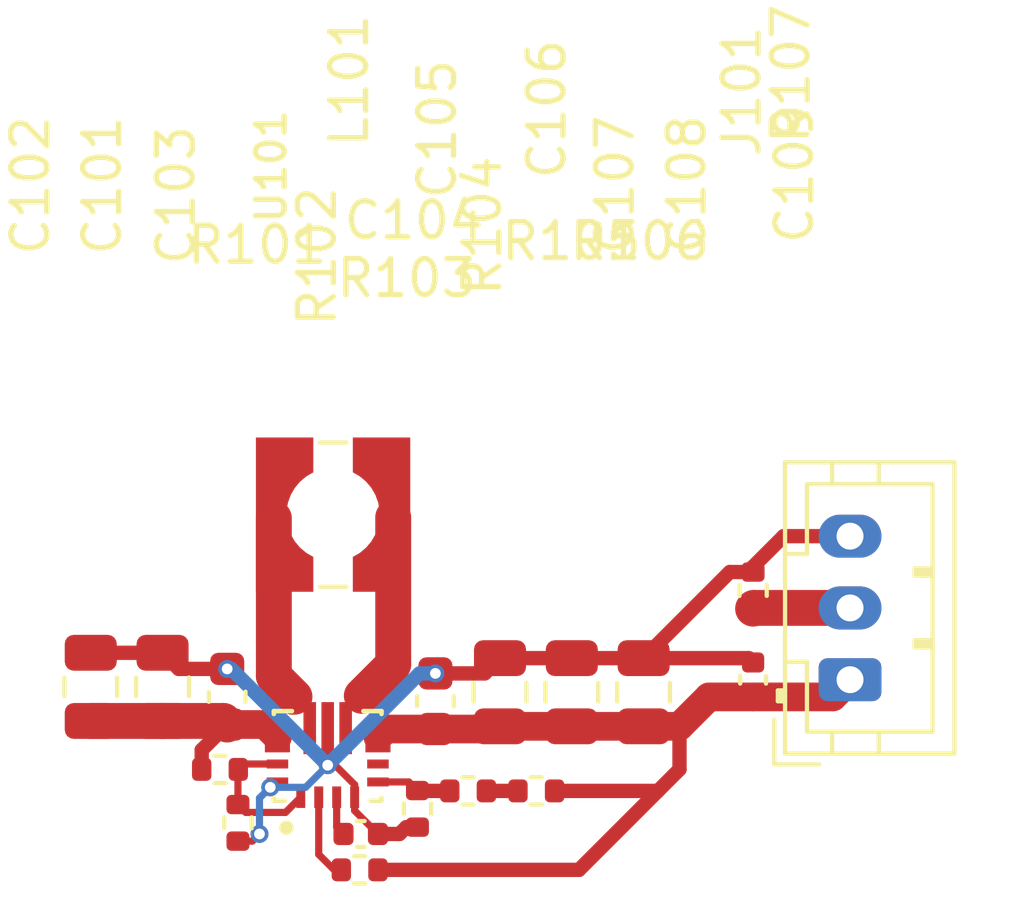
<source format=kicad_pcb>
(kicad_pcb (version 20240108) (generator "pcbnew") (generator_version "8.0")
  (layers (0 "F.Cu" signal) (31 "B.Cu" signal) (34 "B.Paste" user) (35 "F.Paste" user) (36 "B.SilkS" user "B.Silkscreen") (37 "F.SilkS" user "F.Silkscreen") (38 "B.Mask" user) (39 "F.Mask" user) (44 "Edge.Cuts" user))
  (net 0 "")
  (net 1 "VDD")
  (net 2 "GND")
  (net 3 "Net-(U101-VAUX)")
  (net 4 "Net-(J101-Pin_1)")
  (net 5 "/TankPressure")
  (net 6 "Net-(U101-L1)")
  (net 7 "Net-(U101-L2)")
  (net 8 "Net-(U101-EN)")
  (net 9 "Net-(U101-PG)")
  (net 10 "Net-(U101-FB)")
  (net 11 "Net-(R105-Pad2)")
  (footprint "Capacitor_SMD:C_0402_1005Metric" (layer "F.Cu") (at 166.82 116.3)
    (property "Reference" "C104" (at 1.48 -17.1 360) (layer "F.SilkS"))
    (property "Value" "100nF")
    (fp_line (start -0.107836 -0.36) (end 0.107836 -0.36) (stroke (width 0.12)) (layer "F.SilkS"))
    (fp_line (start -0.107836 0.36) (end 0.107836 0.36) (stroke (width 0.12)) (layer "F.SilkS"))
    (pad "1" smd roundrect (at -0.48 0) (size 0.56 0.62) (layers "F.Cu" "F.Paste" "F.Mask") (net 3 "Net-(U101-VAUX)"))
    (pad "2" smd roundrect (at 0.48 0) (size 0.56 0.62) (layers "F.Cu" "F.Paste" "F.Mask") (net 2 "GND"))
  )
  (footprint "Resistor_SMD:R_0402_1005Metric" (layer "F.Cu") (at 163.4 115.99 -90)
    (property "Reference" "R102" (at -15.79 -2.2 90) (layer "F.SilkS"))
    (property "Value" "330k")
    (fp_line (start -0.153641 0.38) (end 0.153641 0.38) (stroke (width 0.12)) (layer "F.SilkS"))
    (fp_line (start -0.153641 -0.38) (end 0.153641 -0.38) (stroke (width 0.12)) (layer "F.SilkS"))
    (pad "1" smd roundrect (at -0.51 0 270) (size 0.54 0.64) (layers "F.Cu" "F.Paste" "F.Mask") (net 8 "Net-(U101-EN)"))
    (pad "2" smd roundrect (at 0.51 0 270) (size 0.54 0.64) (layers "F.Cu" "F.Paste" "F.Mask") (net 2 "GND"))
  )
  (footprint "Capacitor_SMD:C_0603_1608Metric" (layer "F.Cu") (at 168.9 112.6 90)
    (property "Reference" "C105" (at 15.94 0.05 90) (layer "F.SilkS"))
    (property "Value" "10uF")
    (fp_line (start -0.14058 -0.51) (end 0.14058 -0.51) (stroke (width 0.12)) (layer "F.SilkS"))
    (fp_line (start -0.14058 0.51) (end 0.14058 0.51) (stroke (width 0.12)) (layer "F.SilkS"))
    (pad "1" smd roundrect (at -0.775 0 90) (size 0.9 0.95) (layers "F.Cu" "F.Paste" "F.Mask") (net 4 "Net-(J101-Pin_1)"))
    (pad "2" smd roundrect (at 0.775 0 90) (size 0.9 0.95) (layers "F.Cu" "F.Paste" "F.Mask") (net 2 "GND"))
  )
  (footprint "Capacitor_SMD:C_0402_1005Metric" (layer "F.Cu") (at 177.75 112 90)
    (property "Reference" "C109" (at 14.1 1.15 90) (layer "F.SilkS"))
    (property "Value" "100nF")
    (fp_line (start -0.107836 -0.36) (end 0.107836 -0.36) (stroke (width 0.12)) (layer "F.SilkS"))
    (fp_line (start -0.107836 0.36) (end 0.107836 0.36) (stroke (width 0.12)) (layer "F.SilkS"))
    (pad "1" smd roundrect (at -0.48 0 90) (size 0.56 0.62) (layers "F.Cu" "F.Paste" "F.Mask") (net 4 "Net-(J101-Pin_1)"))
    (pad "2" smd roundrect (at 0.48 0 90) (size 0.56 0.62) (layers "F.Cu" "F.Paste" "F.Mask") (net 2 "GND"))
  )
  (footprint "Capacitor_SMD:C_0805_2012Metric" (layer "F.Cu") (at 161.3 112.2 90)
    (property "Reference" "C101" (at 13.975 -1.68 90) (layer "F.SilkS"))
    (property "Value" "22uF")
    (fp_line (start -0.261252 -0.735) (end 0.261252 -0.735) (stroke (width 0.12)) (layer "F.SilkS"))
    (fp_line (start -0.261252 0.735) (end 0.261252 0.735) (stroke (width 0.12)) (layer "F.SilkS"))
    (pad "1" smd roundrect (at -0.95 0 90) (size 1 1.45) (layers "F.Cu" "F.Paste" "F.Mask") (net 1 "VDD"))
    (pad "2" smd roundrect (at 0.95 0 90) (size 1 1.45) (layers "F.Cu" "F.Paste" "F.Mask") (net 2 "GND"))
  )
  (footprint "Resistor_SMD:R_0402_1005Metric" (layer "F.Cu") (at 166.79 117.3 180)
    (property "Reference" "R103" (at -1.31 16.49 360) (layer "F.SilkS"))
    (property "Value" "100k")
    (fp_line (start -0.153641 0.38) (end 0.153641 0.38) (stroke (width 0.12)) (layer "F.SilkS"))
    (fp_line (start -0.153641 -0.38) (end 0.153641 -0.38) (stroke (width 0.12)) (layer "F.SilkS"))
    (pad "1" smd roundrect (at -0.51 0 180) (size 0.54 0.64) (layers "F.Cu" "F.Paste" "F.Mask") (net 4 "Net-(J101-Pin_1)"))
    (pad "2" smd roundrect (at 0.51 0 180) (size 0.54 0.64) (layers "F.Cu" "F.Paste" "F.Mask") (net 9 "Net-(U101-PG)"))
  )
  (footprint "Resistor_SMD:R_0402_1005Metric" (layer "F.Cu") (at 169.81 115.1)
    (property "Reference" "R105" (at 2.88 -15.32 0) (layer "F.SilkS"))
    (property "Value" "1k")
    (fp_line (start -0.153641 -0.38) (end 0.153641 -0.38) (stroke (width 0.12)) (layer "F.SilkS"))
    (fp_line (start -0.153641 0.38) (end 0.153641 0.38) (stroke (width 0.12)) (layer "F.SilkS"))
    (pad "1" smd roundrect (at -0.51 0) (size 0.54 0.64) (layers "F.Cu" "F.Paste" "F.Mask") (net 10 "Net-(U101-FB)"))
    (pad "2" smd roundrect (at 0.51 0) (size 0.54 0.64) (layers "F.Cu" "F.Paste" "F.Mask") (net 11 "Net-(R105-Pad2)"))
  )
  (footprint "Resistor_SMD:R_0402_1005Metric" (layer "F.Cu") (at 177.75 109.51 -90)
    (property "Reference" "R107" (at -14.4 -1.05 90) (layer "F.SilkS"))
    (property "Value" "10k")
    (fp_line (start -0.153641 0.38) (end 0.153641 0.38) (stroke (width 0.12)) (layer "F.SilkS"))
    (fp_line (start -0.153641 -0.38) (end 0.153641 -0.38) (stroke (width 0.12)) (layer "F.SilkS"))
    (pad "1" smd roundrect (at -0.51 0 270) (size 0.54 0.64) (layers "F.Cu" "F.Paste" "F.Mask") (net 2 "GND"))
    (pad "2" smd roundrect (at 0.51 0 270) (size 0.54 0.64) (layers "F.Cu" "F.Paste" "F.Mask") (net 5 "/TankPressure"))
  )
  (footprint "Capacitor_SMD:C_0603_1608Metric" (layer "F.Cu") (at 163.1 112.475 90)
    (property "Reference" "C103" (at 13.975 -1.43 90) (layer "F.SilkS"))
    (property "Value" "10uF")
    (fp_line (start -0.14058 -0.51) (end 0.14058 -0.51) (stroke (width 0.12)) (layer "F.SilkS"))
    (fp_line (start -0.14058 0.51) (end 0.14058 0.51) (stroke (width 0.12)) (layer "F.SilkS"))
    (pad "1" smd roundrect (at -0.775 0 90) (size 0.9 0.95) (layers "F.Cu" "F.Paste" "F.Mask") (net 1 "VDD"))
    (pad "2" smd roundrect (at 0.775 0 90) (size 0.9 0.95) (layers "F.Cu" "F.Paste" "F.Mask") (net 2 "GND"))
  )
  (footprint "Resistor_SMD:R_0402_1005Metric" (layer "F.Cu") (at 162.9 114.5 180)
    (property "Reference" "R101" (at -1.03 14.62 360) (layer "F.SilkS"))
    (property "Value" "10k")
    (fp_line (start -0.153641 0.38) (end 0.153641 0.38) (stroke (width 0.12)) (layer "F.SilkS"))
    (fp_line (start -0.153641 -0.38) (end 0.153641 -0.38) (stroke (width 0.12)) (layer "F.SilkS"))
    (pad "1" smd roundrect (at -0.51 0 180) (size 0.54 0.64) (layers "F.Cu" "F.Paste" "F.Mask") (net 8 "Net-(U101-EN)"))
    (pad "2" smd roundrect (at 0.51 0 180) (size 0.54 0.64) (layers "F.Cu" "F.Paste" "F.Mask") (net 1 "VDD"))
  )
  (footprint "Resistor_SMD:R_0402_1005Metric" (layer "F.Cu") (at 171.71 115.1)
    (property "Reference" "R106" (at 2.88 -15.32 0) (layer "F.SilkS"))
    (property "Value" "51k")
    (fp_line (start -0.153641 -0.38) (end 0.153641 -0.38) (stroke (width 0.12)) (layer "F.SilkS"))
    (fp_line (start -0.153641 0.38) (end 0.153641 0.38) (stroke (width 0.12)) (layer "F.SilkS"))
    (pad "1" smd roundrect (at -0.51 0) (size 0.54 0.64) (layers "F.Cu" "F.Paste" "F.Mask") (net 11 "Net-(R105-Pad2)"))
    (pad "2" smd roundrect (at 0.51 0) (size 0.54 0.64) (layers "F.Cu" "F.Paste" "F.Mask") (net 4 "Net-(J101-Pin_1)"))
  )
  (footprint "Capacitor_SMD:C_0805_2012Metric" (layer "F.Cu") (at 159.3 112.2 90)
    (property "Reference" "C102" (at 13.975 -1.68 90) (layer "F.SilkS"))
    (property "Value" "22uF")
    (fp_line (start -0.261252 -0.735) (end 0.261252 -0.735) (stroke (width 0.12)) (layer "F.SilkS"))
    (fp_line (start -0.261252 0.735) (end 0.261252 0.735) (stroke (width 0.12)) (layer "F.SilkS"))
    (pad "1" smd roundrect (at -0.95 0 90) (size 1 1.45) (layers "F.Cu" "F.Paste" "F.Mask") (net 1 "VDD"))
    (pad "2" smd roundrect (at 0.95 0 90) (size 1 1.45) (layers "F.Cu" "F.Paste" "F.Mask") (net 2 "GND"))
  )
  (footprint "Capacitor_SMD:C_0805_2012Metric" (layer "F.Cu") (at 172.7 112.35 90)
    (property "Reference" "C107" (at 14.15 1.2 90) (layer "F.SilkS"))
    (property "Value" "22uF")
    (fp_line (start -0.261252 -0.735) (end 0.261252 -0.735) (stroke (width 0.12)) (layer "F.SilkS"))
    (fp_line (start -0.261252 0.735) (end 0.261252 0.735) (stroke (width 0.12)) (layer "F.SilkS"))
    (pad "1" smd roundrect (at -0.95 0 90) (size 1 1.45) (layers "F.Cu" "F.Paste" "F.Mask") (net 4 "Net-(J101-Pin_1)"))
    (pad "2" smd roundrect (at 0.95 0 90) (size 1 1.45) (layers "F.Cu" "F.Paste" "F.Mask") (net 2 "GND"))
  )
  (footprint "Capacitor_SMD:C_0805_2012Metric" (layer "F.Cu") (at 174.7 112.35 90)
    (property "Reference" "C108" (at 14.15 1.2 90) (layer "F.SilkS"))
    (property "Value" "22uF")
    (fp_line (start -0.261252 -0.735) (end 0.261252 -0.735) (stroke (width 0.12)) (layer "F.SilkS"))
    (fp_line (start -0.261252 0.735) (end 0.261252 0.735) (stroke (width 0.12)) (layer "F.SilkS"))
    (pad "1" smd roundrect (at -0.95 0 90) (size 1 1.45) (layers "F.Cu" "F.Paste" "F.Mask") (net 4 "Net-(J101-Pin_1)"))
    (pad "2" smd roundrect (at 0.95 0 90) (size 1 1.45) (layers "F.Cu" "F.Paste" "F.Mask") (net 2 "GND"))
  )
  (footprint "Inductor_SMD:L_Wuerth_WE-TPC-3816" (layer "F.Cu") (at 166.05 107.4 90)
    (property "Reference" "L101" (at 12.1 0.45 90) (layer "F.SilkS"))
    (property "Value" "L")
    (fp_line (start 2.01 -0.37) (end 2.01 0.37) (stroke (width 0.12)) (layer "F.SilkS"))
    (fp_line (start -2.01 0.37) (end -2.01 -0.37) (stroke (width 0.12)) (layer "F.SilkS"))
    (pad "1" smd custom (at 0 -1.75 90) (size 0.7 0.7) (layers "F.Cu" "F.Paste" "F.Mask") (net 6 "Net-(U101-L1)") (options (clearance outline) (anchor circle)) (primitives (gr_poly (pts (xy 2.15 1.2) (xy 1.177922 1.2) (xy 1.064578 1.003895) (xy 0.918917 0.830439) (xy 0.745359 0.684899) (xy 0.549174 0.571693) (xy 0.336318 0.494257) (xy 0.113252 0.454942) (xy -0.113252 0.454942) (xy -0.336318 0.494257) (xy -0.549174 0.571693) (xy -0.745359 0.684899) (xy -0.918917 0.830439) (xy -1.064578 1.003895) (xy -1.177922 1.2) (xy -2.15 1.2) (xy -2.15 -0.4) (xy 2.15 -0.4)) (width 0) (fill yes))))
    (pad "2" smd custom (at 0 1.75 90) (size 0.7 0.7) (layers "F.Cu" "F.Paste" "F.Mask") (net 7 "Net-(U101-L2)") (options (clearance outline) (anchor circle)) (primitives (gr_poly (pts (xy -1.064578 -1.003895) (xy -0.918917 -0.830439) (xy -0.745359 -0.684899) (xy -0.549174 -0.571693) (xy -0.336318 -0.494257) (xy -0.113252 -0.454942) (xy 0.113252 -0.454942) (xy 0.336318 -0.494257) (xy 0.549174 -0.571693) (xy 0.745359 -0.684899) (xy 0.918917 -0.830439) (xy 1.064578 -1.003895) (xy 1.177922 -1.2) (xy 2.15 -1.2) (xy 2.15 0.4) (xy -2.15 0.4) (xy -2.15 -1.2) (xy -1.177922 -1.2)) (width 0) (fill yes))))
  )
  (footprint "Connector_JST:JST_PH_B3B-PH-K_1x03_P2.00mm_Vertical" (layer "F.Cu") (at 180.45 112 90)
    (property "Reference" "J101" (at 16.4 -3.02 90) (layer "F.SilkS"))
    (property "Value" "Conn_01x03")
    (fp_line (start -1.11 -2.11) (end -2.36 -2.11) (stroke (width 0.12)) (layer "F.SilkS"))
    (fp_line (start -2.36 -2.11) (end -2.36 -0.86) (stroke (width 0.12)) (layer "F.SilkS"))
    (fp_line (start -0.3 -2.01) (end -0.6 -2.01) (stroke (width 0.12)) (layer "F.SilkS"))
    (fp_line (start -0.6 -2.01) (end -0.6 -1.81) (stroke (width 0.12)) (layer "F.SilkS"))
    (fp_line (start -0.3 -1.91) (end -0.6 -1.91) (stroke (width 0.12)) (layer "F.SilkS"))
    (fp_line (start 6.06 -1.81) (end -2.06 -1.81) (stroke (width 0.12)) (layer "F.SilkS"))
    (fp_line (start 0.5 -1.81) (end 0.5 -1.2) (stroke (width 0.12)) (layer "F.SilkS"))
    (fp_line (start -0.3 -1.81) (end -0.3 -2.01) (stroke (width 0.12)) (layer "F.SilkS"))
    (fp_line (start -2.06 -1.81) (end -2.06 2.91) (stroke (width 0.12)) (layer "F.SilkS"))
    (fp_line (start 5.45 -1.2) (end 3.5 -1.2) (stroke (width 0.12)) (layer "F.SilkS"))
    (fp_line (start 3.5 -1.2) (end 3.5 -1.81) (stroke (width 0.12)) (layer "F.SilkS"))
    (fp_line (start 0.5 -1.2) (end -1.45 -1.2) (stroke (width 0.12)) (layer "F.SilkS"))
    (fp_line (start -1.45 -1.2) (end -1.45 2.3) (stroke (width 0.12)) (layer "F.SilkS"))
    (fp_line (start 6.06 -0.5) (end 5.45 -0.5) (stroke (width 0.12)) (layer "F.SilkS"))
    (fp_line (start -2.06 -0.5) (end -1.45 -0.5) (stroke (width 0.12)) (layer "F.SilkS"))
    (fp_line (start 6.06 0.8) (end 5.45 0.8) (stroke (width 0.12)) (layer "F.SilkS"))
    (fp_line (start -2.06 0.8) (end -1.45 0.8) (stroke (width 0.12)) (layer "F.SilkS"))
    (fp_line (start 3.1 1.8) (end 3.1 2.3) (stroke (width 0.12)) (layer "F.SilkS"))
    (fp_line (start 2.9 1.8) (end 3.1 1.8) (stroke (width 0.12)) (layer "F.SilkS"))
    (fp_line (start 1.1 1.8) (end 1.1 2.3) (stroke (width 0.12)) (layer "F.SilkS"))
    (fp_line (start 0.9 1.8) (end 1.1 1.8) (stroke (width 0.12)) (layer "F.SilkS"))
    (fp_line (start 5.45 2.3) (end 5.45 -1.2) (stroke (width 0.12)) (layer "F.SilkS"))
    (fp_line (start 3 2.3) (end 3 1.8) (stroke (width 0.12)) (layer "F.SilkS"))
    (fp_line (start 2.9 2.3) (end 2.9 1.8) (stroke (width 0.12)) (layer "F.SilkS"))
    (fp_line (start 1 2.3) (end 1 1.8) (stroke (width 0.12)) (layer "F.SilkS"))
    (fp_line (start 0.9 2.3) (end 0.9 1.8) (stroke (width 0.12)) (layer "F.SilkS"))
    (fp_line (start -1.45 2.3) (end 5.45 2.3) (stroke (width 0.12)) (layer "F.SilkS"))
    (fp_line (start 6.06 2.91) (end 6.06 -1.81) (stroke (width 0.12)) (layer "F.SilkS"))
    (fp_line (start -2.06 2.91) (end 6.06 2.91) (stroke (width 0.12)) (layer "F.SilkS"))
    (pad "1" thru_hole roundrect (at 0 0 90) (size 1.2 1.75) (drill 0.75) (layers "*.Cu" "*.Mask") (roundrect_rratio 0.208333) (net 4 "Net-(J101-Pin_1)"))
    (pad "2" thru_hole oval (at 2 0 90) (size 1.2 1.75) (drill 0.75) (layers "*.Cu" "*.Mask") (net 5 "/TankPressure"))
    (pad "3" thru_hole oval (at 4 0 90) (size 1.2 1.75) (drill 0.75) (layers "*.Cu" "*.Mask") (net 2 "GND"))
  )
  (footprint "Capacitor_SMD:C_0805_2012Metric" (layer "F.Cu") (at 170.7 112.35 90)
    (property "Reference" "C106" (at 16.25 1.3 90) (layer "F.SilkS"))
    (property "Value" "22uF")
    (fp_line (start -0.261252 -0.735) (end 0.261252 -0.735) (stroke (width 0.12)) (layer "F.SilkS"))
    (fp_line (start -0.261252 0.735) (end 0.261252 0.735) (stroke (width 0.12)) (layer "F.SilkS"))
    (pad "1" smd roundrect (at -0.95 0 90) (size 1 1.45) (layers "F.Cu" "F.Paste" "F.Mask") (net 4 "Net-(J101-Pin_1)"))
    (pad "2" smd roundrect (at 0.95 0 90) (size 1 1.45) (layers "F.Cu" "F.Paste" "F.Mask") (net 2 "GND"))
  )
  (footprint "Resistor_SMD:R_0402_1005Metric" (layer "F.Cu") (at 168.4 115.6 90)
    (property "Reference" "R104" (at 16.25 1.81 90) (layer "F.SilkS"))
    (property "Value" "10k")
    (fp_line (start -0.153641 -0.38) (end 0.153641 -0.38) (stroke (width 0.12)) (layer "F.SilkS"))
    (fp_line (start -0.153641 0.38) (end 0.153641 0.38) (stroke (width 0.12)) (layer "F.SilkS"))
    (pad "1" smd roundrect (at -0.51 0 90) (size 0.54 0.64) (layers "F.Cu" "F.Paste" "F.Mask") (net 2 "GND"))
    (pad "2" smd roundrect (at 0.51 0 90) (size 0.54 0.64) (layers "F.Cu" "F.Paste" "F.Mask") (net 10 "Net-(U101-FB)"))
  )
  (footprint "WOBCLibrary:VREG_TPS63070RNMR" (layer "F.Cu") (at 165.9 114.125 90)
    (property "Reference" "U101" (at 16.43 -1.578 90) (layer "F.SilkS") (effects (font (size 0.8 0.8))))
    (property "Value" "TPS63070RNMR")
    (fp_line (start 1.25 -1.5) (end 1.25 -0.995) (stroke (width 0.127)) (layer "F.SilkS"))
    (fp_line (start 1.17 -1.5) (end 1.25 -1.5) (stroke (width 0.127)) (layer "F.SilkS"))
    (fp_line (start -1.17 -1.5) (end -1.25 -1.5) (stroke (width 0.127)) (layer "F.SilkS"))
    (fp_line (start -1.25 -1.5) (end -1.25 -1.195) (stroke (width 0.127)) (layer "F.SilkS"))
    (fp_line (start 1.25 0.995) (end 1.25 1.5) (stroke (width 0.127)) (layer "F.SilkS"))
    (fp_line (start 1.25 1.5) (end 1.17 1.5) (stroke (width 0.127)) (layer "F.SilkS"))
    (fp_line (start -1.17 1.5) (end -1.25 1.5) (stroke (width 0.127)) (layer "F.SilkS"))
    (fp_line (start -1.25 1.5) (end -1.25 1.195) (stroke (width 0.127)) (layer "F.SilkS"))
    (fp_circle (center -2 -1.15) (end -1.9 -1.15) (stroke (width 0.2)) (fill none) (layer "F.SilkS"))
    (pad "1" smd roundrect (at -1.15 -0.75 90) (size 0.6 0.25) (layers "F.Cu" "F.Paste") (roundrect_rratio 0.01) (net 8 "Net-(U101-EN)"))
    (pad "2" smd roundrect (at -1.15 -0.25 90) (size 0.6 0.25) (layers "F.Cu" "F.Paste") (roundrect_rratio 0.01) (net 9 "Net-(U101-PG)"))
    (pad "3" smd roundrect (at -1.15 0.25 90) (size 0.6 0.25) (layers "F.Cu" "F.Paste") (roundrect_rratio 0.01) (net 3 "Net-(U101-VAUX)"))
    (pad "4" smd roundrect (at -1.15 0.75 90) (size 0.6 0.25) (layers "F.Cu" "F.Paste") (roundrect_rratio 0.01) (net 2 "GND"))
    (pad "5" smd roundrect (at -0.725 1.4 90) (size 0.25 0.6) (layers "F.Cu" "F.Paste") (roundrect_rratio 0.01) (net 10 "Net-(U101-FB)"))
    (pad "6" smd roundrect (at -0.225 1.4 90) (size 0.25 0.6) (layers "F.Cu" "F.Paste") (roundrect_rratio 0.01))
    (pad "7_8" smd roundrect (at 0.525 1.4 90) (size 0.85 0.7) (layers "F.Cu") (roundrect_rratio 0.02) (net 4 "Net-(J101-Pin_1)"))
    (pad "9" smd roundrect (at 0.775 0.5 90) (size 1.45 0.35) (layers "F.Cu") (roundrect_rratio 0.01) (net 7 "Net-(U101-L2)"))
    (pad "10" smd roundrect (at 0.6 0 90) (size 1.8 0.35) (layers "F.Cu") (roundrect_rratio 0.01) (net 2 "GND"))
    (pad "11" smd roundrect (at 0.775 -0.5 90) (size 1.45 0.35) (layers "F.Cu") (roundrect_rratio 0.01) (net 6 "Net-(U101-L1)"))
    (pad "12_13" smd roundrect (at 0.525 -1.4 90) (size 0.85 0.7) (layers "F.Cu") (roundrect_rratio 0.02) (net 1 "VDD"))
    (pad "14" smd roundrect (at -0.225 -1.4 90) (size 0.25 0.6) (layers "F.Cu" "F.Paste") (roundrect_rratio 0.01) (net 8 "Net-(U101-EN)"))
    (pad "15" smd roundrect (at -0.725 -1.4 90) (size 0.25 0.6) (layers "F.Cu" "F.Paste") (roundrect_rratio 0.01) (net 2 "GND"))
  )
  (segment (start 162.39 114.5) (end 162.39 113.96) (width 0.4) (layer "F.Cu") (net 1))
  (segment (start 164.15 113.25) (end 163.1 113.25) (width 0.8) (layer "F.Cu") (net 1))
  (segment (start 161.3 113.15) (end 163 113.15) (width 1) (layer "F.Cu") (net 1))
  (segment (start 162.39 113.96) (end 163.1 113.25) (width 0.4) (layer "F.Cu") (net 1))
  (segment (start 164.5 113.6) (end 164.15 113.25) (width 0.8) (layer "F.Cu") (net 1))
  (segment (start 163 113.15) (end 163.1 113.25) (width 1) (layer "F.Cu") (net 1))
  (segment (start 159.3 113.15) (end 161.3 113.15) (width 1) (layer "F.Cu") (net 1))
  (segment (start 168.4 116.11) (end 168.09 116.11) (width 0.4) (layer "F.Cu") (net 2))
  (segment (start 170.275 111.825) (end 170.7 111.4) (width 0.4) (layer "F.Cu") (net 2))
  (segment (start 163.4 116.5) (end 163.8 116.5) (width 0.2) (layer "F.Cu") (net 2))
  (segment (start 178.6 108) (end 180.45 108) (width 0.4) (layer "F.Cu") (net 2))
  (segment (start 163.1 111.7) (end 161.75 111.7) (width 0.4) (layer "F.Cu") (net 2))
  (segment (start 177.63 111.4) (end 177.75 111.52) (width 0.4) (layer "F.Cu") (net 2))
  (segment (start 167.9 116.3) (end 167.3 116.3) (width 0.4) (layer "F.Cu") (net 2))
  (segment (start 177.75 109) (end 177.75 108.85) (width 0.4) (layer "F.Cu") (net 2))
  (segment (start 177.75 108.85) (end 178.6 108) (width 0.4) (layer "F.Cu") (net 2))
  (segment (start 168.9 111.825) (end 170.275 111.825) (width 0.4) (layer "F.Cu") (net 2))
  (segment (start 165.9 114.384249) (end 165.899999 114.38425) (width 0.2) (layer "F.Cu") (net 2))
  (segment (start 166.65 115.65) (end 167.3 116.3) (width 0.2) (layer "F.Cu") (net 2))
  (segment (start 163.8 116.5) (end 164 116.3) (width 0.2) (layer "F.Cu") (net 2))
  (segment (start 165.9 113.525) (end 165.9 114.384249) (width 0.2) (layer "F.Cu") (net 2))
  (segment (start 166.107118 114.38425) (end 165.899999 114.38425) (width 0.2) (layer "F.Cu") (net 2))
  (segment (start 174.7 111.4) (end 177.63 111.4) (width 0.4) (layer "F.Cu") (net 2))
  (segment (start 161.75 111.7) (end 161.3 111.25) (width 0.4) (layer "F.Cu") (net 2))
  (segment (start 159.3 111.25) (end 161.3 111.25) (width 0.4) (layer "F.Cu") (net 2))
  (segment (start 166.65 114.927132) (end 166.107118 114.38425) (width 0.2) (layer "F.Cu") (net 2))
  (segment (start 166.65 115.275) (end 166.65 115.65) (width 0.2) (layer "F.Cu") (net 2))
  (segment (start 177.1 109) (end 177.75 109) (width 0.4) (layer "F.Cu") (net 2))
  (segment (start 174.7 111.4) (end 172.7 111.4) (width 0.4) (layer "F.Cu") (net 2))
  (segment (start 170.7 111.4) (end 172.7 111.4) (width 0.4) (layer "F.Cu") (net 2))
  (segment (start 166.65 115.275) (end 166.65 114.927132) (width 0.2) (layer "F.Cu") (net 2))
  (segment (start 164.45 114.85) (end 164.3 115) (width 0.2) (layer "F.Cu") (net 2))
  (segment (start 164.5 114.85) (end 164.45 114.85) (width 0.2) (layer "F.Cu") (net 2))
  (segment (start 174.7 111.4) (end 177.1 109) (width 0.4) (layer "F.Cu") (net 2))
  (segment (start 168.09 116.11) (end 167.9 116.3) (width 0.4) (layer "F.Cu") (net 2))
  (via (at 164.3 115) (size 0.5) (drill 0.3) (layers "F.Cu" "B.Cu") (net 2))
  (via (at 164 116.3) (size 0.5) (drill 0.3) (layers "F.Cu" "B.Cu") (net 2))
  (via (at 165.899999 114.38425) (size 0.5) (drill 0.3) (layers "F.Cu" "B.Cu") (net 2))
  (via (at 168.9 111.825) (size 0.5) (drill 0.3) (layers "F.Cu" "B.Cu") (net 2))
  (via (at 163.1 111.7) (size 0.5) (drill 0.3) (layers "F.Cu" "B.Cu") (net 2))
  (segment (start 165.284249 115) (end 165.899999 114.38425) (width 0.2) (layer "B.Cu") (net 2))
  (segment (start 163.215749 111.7) (end 165.899999 114.38425) (width 0.4) (layer "B.Cu") (net 2))
  (segment (start 164 116.3) (end 164 115.3) (width 0.2) (layer "B.Cu") (net 2))
  (segment (start 168.9 111.825) (end 168.459249 111.825) (width 0.4) (layer "B.Cu") (net 2))
  (segment (start 164.3 115) (end 165.284249 115) (width 0.2) (layer "B.Cu") (net 2))
  (segment (start 164 115.3) (end 164.3 115) (width 0.2) (layer "B.Cu") (net 2))
  (segment (start 163.1 111.7) (end 163.215749 111.7) (width 0.4) (layer "B.Cu") (net 2))
  (segment (start 168.459249 111.825) (end 165.899999 114.38425) (width 0.4) (layer "B.Cu") (net 2))
  (segment (start 166.15 115.275) (end 166.15 116.11) (width 0.2) (layer "F.Cu") (net 3))
  (segment (start 166.15 116.11) (end 166.34 116.3) (width 0.2) (layer "F.Cu") (net 3))
  (segment (start 175.7 114.5) (end 175.7 113.3) (width 0.4) (layer "F.Cu") (net 4))
  (segment (start 170.6 113.3) (end 175.7 113.3) (width 0.8) (layer "F.Cu") (net 4))
  (segment (start 177.75 112.48) (end 179.97 112.48) (width 0.8) (layer "F.Cu") (net 4))
  (segment (start 179.97 112.48) (end 180.45 112) (width 0.8) (layer "F.Cu") (net 4))
  (segment (start 172.9 117.3) (end 167.3 117.3) (width 0.4) (layer "F.Cu") (net 4))
  (segment (start 167.525 113.375) (end 170.525 113.375) (width 0.8) (layer "F.Cu") (net 4))
  (segment (start 175.1 115.1) (end 172.9 117.3) (width 0.4) (layer "F.Cu") (net 4))
  (segment (start 167.3 113.6) (end 167.525 113.375) (width 0.8) (layer "F.Cu") (net 4))
  (segment (start 175.7 113.3) (end 176.52 112.48) (width 0.8) (layer "F.Cu") (net 4))
  (segment (start 175.1 115.1) (end 175.7 114.5) (width 0.4) (layer "F.Cu") (net 4))
  (segment (start 172.22 115.1) (end 175.1 115.1) (width 0.4) (layer "F.Cu") (net 4))
  (segment (start 176.52 112.48) (end 177.75 112.48) (width 0.8) (layer "F.Cu") (net 4))
  (segment (start 170.525 113.375) (end 170.6 113.3) (width 0.8) (layer "F.Cu") (net 4))
  (segment (start 177.77 110) (end 177.75 110.02) (width 1) (layer "F.Cu") (net 5))
  (segment (start 180.45 110) (end 177.77 110) (width 1) (layer "F.Cu") (net 5))
  (segment (start 164.4 107.5) (end 164.4 111.9) (width 1) (layer "F.Cu") (net 6))
  (segment (start 165.4 112.944366) (end 165.4 113.35) (width 0.2) (layer "F.Cu") (net 6))
  (segment (start 164.4 111.9) (end 164.975 112.475) (width 1) (layer "F.Cu") (net 6))
  (segment (start 164.605634 112.15) (end 165.4 112.944366) (width 0.2) (layer "F.Cu") (net 6))
  (segment (start 164.930634 112.475) (end 164.605634 112.15) (width 1) (layer "F.Cu") (net 6))
  (segment (start 167.725 107.475) (end 167.725 111.575) (width 1) (layer "F.Cu") (net 7))
  (segment (start 166.4 112.9) (end 166.4 113.35) (width 0.2) (layer "F.Cu") (net 7))
  (segment (start 166.85 112.45) (end 166.4 112.9) (width 0.2) (layer "F.Cu") (net 7))
  (segment (start 167.725 111.575) (end 166.85 112.45) (width 1) (layer "F.Cu") (net 7))
  (segment (start 163.4 114.51) (end 163.41 114.5) (width 0.2) (layer "F.Cu") (net 8))
  (segment (start 163.62 115.7) (end 163.4 115.48) (width 0.2) (layer "F.Cu") (net 8))
  (segment (start 164.5 114.35) (end 163.56 114.35) (width 0.2) (layer "F.Cu") (net 8))
  (segment (start 165.15 115.275) (end 164.725 115.7) (width 0.2) (layer "F.Cu") (net 8))
  (segment (start 163.56 114.35) (end 163.41 114.5) (width 0.2) (layer "F.Cu") (net 8))
  (segment (start 163.4 115.48) (end 163.4 114.51) (width 0.2) (layer "F.Cu") (net 8))
  (segment (start 164.725 115.7) (end 163.62 115.7) (width 0.2) (layer "F.Cu") (net 8))
  (segment (start 165.65 115.275) (end 165.65 116.87) (width 0.2) (layer "F.Cu") (net 9))
  (segment (start 165.65 116.87) (end 166.08 117.3) (width 0.2) (layer "F.Cu") (net 9))
  (segment (start 169.3 115.1) (end 168.41 115.1) (width 0.4) (layer "F.Cu") (net 10))
  (segment (start 167.3 114.85) (end 168.16 114.85) (width 0.2) (layer "F.Cu") (net 10))
  (segment (start 168.16 114.85) (end 168.4 115.09) (width 0.2) (layer "F.Cu") (net 10))
  (segment (start 168.41 115.1) (end 168.4 115.09) (width 0.4) (layer "F.Cu") (net 10))
  (segment (start 171.2 115.1) (end 170.32 115.1) (width 0.4) (layer "F.Cu") (net 11))
)
</source>
